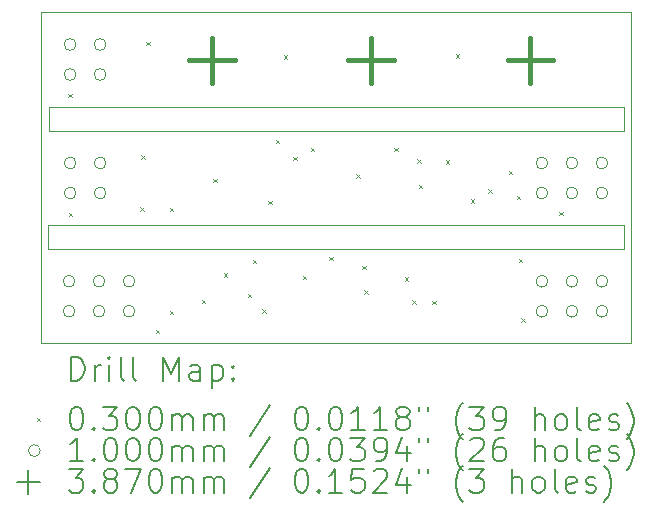
<source format=gbr>
%TF.GenerationSoftware,KiCad,Pcbnew,8.0.6*%
%TF.CreationDate,2024-11-25T14:21:10+01:00*%
%TF.ProjectId,EMG_amplifier,454d475f-616d-4706-9c69-666965722e6b,rev?*%
%TF.SameCoordinates,Original*%
%TF.FileFunction,Drillmap*%
%TF.FilePolarity,Positive*%
%FSLAX45Y45*%
G04 Gerber Fmt 4.5, Leading zero omitted, Abs format (unit mm)*
G04 Created by KiCad (PCBNEW 8.0.6) date 2024-11-25 14:21:10*
%MOMM*%
%LPD*%
G01*
G04 APERTURE LIST*
%ADD10C,0.050000*%
%ADD11C,0.200000*%
%ADD12C,0.100000*%
%ADD13C,0.387000*%
G04 APERTURE END LIST*
D10*
X1200000Y-1200000D02*
X6197140Y-1200000D01*
X6197140Y-4003660D01*
X1200000Y-4003660D01*
X1200000Y-1200000D01*
X1261320Y-3003400D02*
X6139480Y-3003400D01*
X6139480Y-3204060D01*
X1261320Y-3204060D01*
X1261320Y-3003400D01*
X1269620Y-2000100D02*
X6142780Y-2000100D01*
X6142780Y-2200760D01*
X1269620Y-2200760D01*
X1269620Y-2000100D01*
D11*
D12*
X1434880Y-1890000D02*
X1464880Y-1920000D01*
X1464880Y-1890000D02*
X1434880Y-1920000D01*
X1436360Y-2895900D02*
X1466360Y-2925900D01*
X1466360Y-2895900D02*
X1436360Y-2925900D01*
X2045000Y-2850000D02*
X2075000Y-2880000D01*
X2075000Y-2850000D02*
X2045000Y-2880000D01*
X2052000Y-2409000D02*
X2082000Y-2439000D01*
X2082000Y-2409000D02*
X2052000Y-2439000D01*
X2095000Y-1449000D02*
X2125000Y-1479000D01*
X2125000Y-1449000D02*
X2095000Y-1479000D01*
X2175000Y-3887000D02*
X2205000Y-3917000D01*
X2205000Y-3887000D02*
X2175000Y-3917000D01*
X2295000Y-2856000D02*
X2325000Y-2886000D01*
X2325000Y-2856000D02*
X2295000Y-2886000D01*
X2295000Y-3725000D02*
X2325000Y-3755000D01*
X2325000Y-3725000D02*
X2295000Y-3755000D01*
X2565000Y-3635000D02*
X2595000Y-3665000D01*
X2595000Y-3635000D02*
X2565000Y-3665000D01*
X2664000Y-2609000D02*
X2694000Y-2639000D01*
X2694000Y-2609000D02*
X2664000Y-2639000D01*
X2751455Y-3410000D02*
X2781455Y-3440000D01*
X2781455Y-3410000D02*
X2751455Y-3440000D01*
X2954455Y-3581000D02*
X2984455Y-3611000D01*
X2984455Y-3581000D02*
X2954455Y-3611000D01*
X2996000Y-3294000D02*
X3026000Y-3324000D01*
X3026000Y-3294000D02*
X2996000Y-3324000D01*
X3075000Y-3715000D02*
X3105000Y-3745000D01*
X3105000Y-3715000D02*
X3075000Y-3745000D01*
X3126000Y-2795000D02*
X3156000Y-2825000D01*
X3156000Y-2795000D02*
X3126000Y-2825000D01*
X3192000Y-2278500D02*
X3222000Y-2308500D01*
X3222000Y-2278500D02*
X3192000Y-2308500D01*
X3260000Y-1563000D02*
X3290000Y-1593000D01*
X3290000Y-1563000D02*
X3260000Y-1593000D01*
X3340000Y-2422000D02*
X3370000Y-2452000D01*
X3370000Y-2422000D02*
X3340000Y-2452000D01*
X3418000Y-3431000D02*
X3448000Y-3461000D01*
X3448000Y-3431000D02*
X3418000Y-3461000D01*
X3489000Y-2348000D02*
X3519000Y-2378000D01*
X3519000Y-2348000D02*
X3489000Y-2378000D01*
X3645000Y-3269060D02*
X3675000Y-3299060D01*
X3675000Y-3269060D02*
X3645000Y-3299060D01*
X3871000Y-2570000D02*
X3901000Y-2600000D01*
X3901000Y-2570000D02*
X3871000Y-2600000D01*
X3923000Y-3345000D02*
X3953000Y-3375000D01*
X3953000Y-3345000D02*
X3923000Y-3375000D01*
X3941000Y-3551000D02*
X3971000Y-3581000D01*
X3971000Y-3551000D02*
X3941000Y-3581000D01*
X4195000Y-2345000D02*
X4225000Y-2375000D01*
X4225000Y-2345000D02*
X4195000Y-2375000D01*
X4283000Y-3442000D02*
X4313000Y-3472000D01*
X4313000Y-3442000D02*
X4283000Y-3472000D01*
X4347000Y-3638000D02*
X4377000Y-3668000D01*
X4377000Y-3638000D02*
X4347000Y-3668000D01*
X4389000Y-2443000D02*
X4419000Y-2473000D01*
X4419000Y-2443000D02*
X4389000Y-2473000D01*
X4403500Y-2658500D02*
X4433500Y-2688500D01*
X4433500Y-2658500D02*
X4403500Y-2688500D01*
X4515000Y-3640000D02*
X4545000Y-3670000D01*
X4545000Y-3640000D02*
X4515000Y-3670000D01*
X4632000Y-2451000D02*
X4662000Y-2481000D01*
X4662000Y-2451000D02*
X4632000Y-2481000D01*
X4714000Y-1555000D02*
X4744000Y-1585000D01*
X4744000Y-1555000D02*
X4714000Y-1585000D01*
X4841000Y-2784000D02*
X4871000Y-2814000D01*
X4871000Y-2784000D02*
X4841000Y-2814000D01*
X4991000Y-2697000D02*
X5021000Y-2727000D01*
X5021000Y-2697000D02*
X4991000Y-2727000D01*
X5165000Y-2540000D02*
X5195000Y-2570000D01*
X5195000Y-2540000D02*
X5165000Y-2570000D01*
X5232450Y-2754450D02*
X5262450Y-2784450D01*
X5262450Y-2754450D02*
X5232450Y-2784450D01*
X5250000Y-3285000D02*
X5280000Y-3315000D01*
X5280000Y-3285000D02*
X5250000Y-3315000D01*
X5269000Y-3789000D02*
X5299000Y-3819000D01*
X5299000Y-3789000D02*
X5269000Y-3819000D01*
X5593000Y-2887000D02*
X5623000Y-2917000D01*
X5623000Y-2887000D02*
X5593000Y-2917000D01*
X1490740Y-3476480D02*
G75*
G02*
X1390740Y-3476480I-50000J0D01*
G01*
X1390740Y-3476480D02*
G75*
G02*
X1490740Y-3476480I50000J0D01*
G01*
X1490740Y-3730480D02*
G75*
G02*
X1390740Y-3730480I-50000J0D01*
G01*
X1390740Y-3730480D02*
G75*
G02*
X1490740Y-3730480I50000J0D01*
G01*
X1499880Y-1471500D02*
G75*
G02*
X1399880Y-1471500I-50000J0D01*
G01*
X1399880Y-1471500D02*
G75*
G02*
X1499880Y-1471500I50000J0D01*
G01*
X1499880Y-1725500D02*
G75*
G02*
X1399880Y-1725500I-50000J0D01*
G01*
X1399880Y-1725500D02*
G75*
G02*
X1499880Y-1725500I50000J0D01*
G01*
X1499880Y-2475460D02*
G75*
G02*
X1399880Y-2475460I-50000J0D01*
G01*
X1399880Y-2475460D02*
G75*
G02*
X1499880Y-2475460I50000J0D01*
G01*
X1499880Y-2729460D02*
G75*
G02*
X1399880Y-2729460I-50000J0D01*
G01*
X1399880Y-2729460D02*
G75*
G02*
X1499880Y-2729460I50000J0D01*
G01*
X1744740Y-3476480D02*
G75*
G02*
X1644740Y-3476480I-50000J0D01*
G01*
X1644740Y-3476480D02*
G75*
G02*
X1744740Y-3476480I50000J0D01*
G01*
X1744740Y-3730480D02*
G75*
G02*
X1644740Y-3730480I-50000J0D01*
G01*
X1644740Y-3730480D02*
G75*
G02*
X1744740Y-3730480I50000J0D01*
G01*
X1753880Y-1471500D02*
G75*
G02*
X1653880Y-1471500I-50000J0D01*
G01*
X1653880Y-1471500D02*
G75*
G02*
X1753880Y-1471500I50000J0D01*
G01*
X1753880Y-1725500D02*
G75*
G02*
X1653880Y-1725500I-50000J0D01*
G01*
X1653880Y-1725500D02*
G75*
G02*
X1753880Y-1725500I50000J0D01*
G01*
X1753880Y-2475460D02*
G75*
G02*
X1653880Y-2475460I-50000J0D01*
G01*
X1653880Y-2475460D02*
G75*
G02*
X1753880Y-2475460I50000J0D01*
G01*
X1753880Y-2729460D02*
G75*
G02*
X1653880Y-2729460I-50000J0D01*
G01*
X1653880Y-2729460D02*
G75*
G02*
X1753880Y-2729460I50000J0D01*
G01*
X1998740Y-3476480D02*
G75*
G02*
X1898740Y-3476480I-50000J0D01*
G01*
X1898740Y-3476480D02*
G75*
G02*
X1998740Y-3476480I50000J0D01*
G01*
X1998740Y-3730480D02*
G75*
G02*
X1898740Y-3730480I-50000J0D01*
G01*
X1898740Y-3730480D02*
G75*
G02*
X1998740Y-3730480I50000J0D01*
G01*
X5494800Y-2475460D02*
G75*
G02*
X5394800Y-2475460I-50000J0D01*
G01*
X5394800Y-2475460D02*
G75*
G02*
X5494800Y-2475460I50000J0D01*
G01*
X5494800Y-2729460D02*
G75*
G02*
X5394800Y-2729460I-50000J0D01*
G01*
X5394800Y-2729460D02*
G75*
G02*
X5494800Y-2729460I50000J0D01*
G01*
X5494800Y-3476940D02*
G75*
G02*
X5394800Y-3476940I-50000J0D01*
G01*
X5394800Y-3476940D02*
G75*
G02*
X5494800Y-3476940I50000J0D01*
G01*
X5494800Y-3730940D02*
G75*
G02*
X5394800Y-3730940I-50000J0D01*
G01*
X5394800Y-3730940D02*
G75*
G02*
X5494800Y-3730940I50000J0D01*
G01*
X5748800Y-2475460D02*
G75*
G02*
X5648800Y-2475460I-50000J0D01*
G01*
X5648800Y-2475460D02*
G75*
G02*
X5748800Y-2475460I50000J0D01*
G01*
X5748800Y-2729460D02*
G75*
G02*
X5648800Y-2729460I-50000J0D01*
G01*
X5648800Y-2729460D02*
G75*
G02*
X5748800Y-2729460I50000J0D01*
G01*
X5748800Y-3476940D02*
G75*
G02*
X5648800Y-3476940I-50000J0D01*
G01*
X5648800Y-3476940D02*
G75*
G02*
X5748800Y-3476940I50000J0D01*
G01*
X5748800Y-3730940D02*
G75*
G02*
X5648800Y-3730940I-50000J0D01*
G01*
X5648800Y-3730940D02*
G75*
G02*
X5748800Y-3730940I50000J0D01*
G01*
X6002800Y-2475460D02*
G75*
G02*
X5902800Y-2475460I-50000J0D01*
G01*
X5902800Y-2475460D02*
G75*
G02*
X6002800Y-2475460I50000J0D01*
G01*
X6002800Y-2729460D02*
G75*
G02*
X5902800Y-2729460I-50000J0D01*
G01*
X5902800Y-2729460D02*
G75*
G02*
X6002800Y-2729460I50000J0D01*
G01*
X6002800Y-3476940D02*
G75*
G02*
X5902800Y-3476940I-50000J0D01*
G01*
X5902800Y-3476940D02*
G75*
G02*
X6002800Y-3476940I50000J0D01*
G01*
X6002800Y-3730940D02*
G75*
G02*
X5902800Y-3730940I-50000J0D01*
G01*
X5902800Y-3730940D02*
G75*
G02*
X6002800Y-3730940I50000J0D01*
G01*
D13*
X2653160Y-1413220D02*
X2653160Y-1800220D01*
X2459660Y-1606720D02*
X2846660Y-1606720D01*
X4000040Y-1413220D02*
X4000040Y-1800220D01*
X3806540Y-1606720D02*
X4193540Y-1606720D01*
X5346920Y-1413220D02*
X5346920Y-1800220D01*
X5153420Y-1606720D02*
X5540420Y-1606720D01*
D11*
X1458277Y-4317644D02*
X1458277Y-4117644D01*
X1458277Y-4117644D02*
X1505896Y-4117644D01*
X1505896Y-4117644D02*
X1534467Y-4127168D01*
X1534467Y-4127168D02*
X1553515Y-4146215D01*
X1553515Y-4146215D02*
X1563039Y-4165263D01*
X1563039Y-4165263D02*
X1572562Y-4203358D01*
X1572562Y-4203358D02*
X1572562Y-4231930D01*
X1572562Y-4231930D02*
X1563039Y-4270025D01*
X1563039Y-4270025D02*
X1553515Y-4289072D01*
X1553515Y-4289072D02*
X1534467Y-4308120D01*
X1534467Y-4308120D02*
X1505896Y-4317644D01*
X1505896Y-4317644D02*
X1458277Y-4317644D01*
X1658277Y-4317644D02*
X1658277Y-4184310D01*
X1658277Y-4222406D02*
X1667801Y-4203358D01*
X1667801Y-4203358D02*
X1677324Y-4193834D01*
X1677324Y-4193834D02*
X1696372Y-4184310D01*
X1696372Y-4184310D02*
X1715420Y-4184310D01*
X1782086Y-4317644D02*
X1782086Y-4184310D01*
X1782086Y-4117644D02*
X1772562Y-4127168D01*
X1772562Y-4127168D02*
X1782086Y-4136691D01*
X1782086Y-4136691D02*
X1791610Y-4127168D01*
X1791610Y-4127168D02*
X1782086Y-4117644D01*
X1782086Y-4117644D02*
X1782086Y-4136691D01*
X1905896Y-4317644D02*
X1886848Y-4308120D01*
X1886848Y-4308120D02*
X1877324Y-4289072D01*
X1877324Y-4289072D02*
X1877324Y-4117644D01*
X2010658Y-4317644D02*
X1991610Y-4308120D01*
X1991610Y-4308120D02*
X1982086Y-4289072D01*
X1982086Y-4289072D02*
X1982086Y-4117644D01*
X2239229Y-4317644D02*
X2239229Y-4117644D01*
X2239229Y-4117644D02*
X2305896Y-4260501D01*
X2305896Y-4260501D02*
X2372563Y-4117644D01*
X2372563Y-4117644D02*
X2372563Y-4317644D01*
X2553515Y-4317644D02*
X2553515Y-4212882D01*
X2553515Y-4212882D02*
X2543991Y-4193834D01*
X2543991Y-4193834D02*
X2524944Y-4184310D01*
X2524944Y-4184310D02*
X2486848Y-4184310D01*
X2486848Y-4184310D02*
X2467801Y-4193834D01*
X2553515Y-4308120D02*
X2534467Y-4317644D01*
X2534467Y-4317644D02*
X2486848Y-4317644D01*
X2486848Y-4317644D02*
X2467801Y-4308120D01*
X2467801Y-4308120D02*
X2458277Y-4289072D01*
X2458277Y-4289072D02*
X2458277Y-4270025D01*
X2458277Y-4270025D02*
X2467801Y-4250977D01*
X2467801Y-4250977D02*
X2486848Y-4241453D01*
X2486848Y-4241453D02*
X2534467Y-4241453D01*
X2534467Y-4241453D02*
X2553515Y-4231930D01*
X2648753Y-4184310D02*
X2648753Y-4384310D01*
X2648753Y-4193834D02*
X2667801Y-4184310D01*
X2667801Y-4184310D02*
X2705896Y-4184310D01*
X2705896Y-4184310D02*
X2724944Y-4193834D01*
X2724944Y-4193834D02*
X2734467Y-4203358D01*
X2734467Y-4203358D02*
X2743991Y-4222406D01*
X2743991Y-4222406D02*
X2743991Y-4279549D01*
X2743991Y-4279549D02*
X2734467Y-4298596D01*
X2734467Y-4298596D02*
X2724944Y-4308120D01*
X2724944Y-4308120D02*
X2705896Y-4317644D01*
X2705896Y-4317644D02*
X2667801Y-4317644D01*
X2667801Y-4317644D02*
X2648753Y-4308120D01*
X2829705Y-4298596D02*
X2839229Y-4308120D01*
X2839229Y-4308120D02*
X2829705Y-4317644D01*
X2829705Y-4317644D02*
X2820182Y-4308120D01*
X2820182Y-4308120D02*
X2829705Y-4298596D01*
X2829705Y-4298596D02*
X2829705Y-4317644D01*
X2829705Y-4193834D02*
X2839229Y-4203358D01*
X2839229Y-4203358D02*
X2829705Y-4212882D01*
X2829705Y-4212882D02*
X2820182Y-4203358D01*
X2820182Y-4203358D02*
X2829705Y-4193834D01*
X2829705Y-4193834D02*
X2829705Y-4212882D01*
D12*
X1167500Y-4631160D02*
X1197500Y-4661160D01*
X1197500Y-4631160D02*
X1167500Y-4661160D01*
D11*
X1496372Y-4537644D02*
X1515420Y-4537644D01*
X1515420Y-4537644D02*
X1534467Y-4547168D01*
X1534467Y-4547168D02*
X1543991Y-4556691D01*
X1543991Y-4556691D02*
X1553515Y-4575739D01*
X1553515Y-4575739D02*
X1563039Y-4613834D01*
X1563039Y-4613834D02*
X1563039Y-4661453D01*
X1563039Y-4661453D02*
X1553515Y-4699549D01*
X1553515Y-4699549D02*
X1543991Y-4718596D01*
X1543991Y-4718596D02*
X1534467Y-4728120D01*
X1534467Y-4728120D02*
X1515420Y-4737644D01*
X1515420Y-4737644D02*
X1496372Y-4737644D01*
X1496372Y-4737644D02*
X1477324Y-4728120D01*
X1477324Y-4728120D02*
X1467801Y-4718596D01*
X1467801Y-4718596D02*
X1458277Y-4699549D01*
X1458277Y-4699549D02*
X1448753Y-4661453D01*
X1448753Y-4661453D02*
X1448753Y-4613834D01*
X1448753Y-4613834D02*
X1458277Y-4575739D01*
X1458277Y-4575739D02*
X1467801Y-4556691D01*
X1467801Y-4556691D02*
X1477324Y-4547168D01*
X1477324Y-4547168D02*
X1496372Y-4537644D01*
X1648753Y-4718596D02*
X1658277Y-4728120D01*
X1658277Y-4728120D02*
X1648753Y-4737644D01*
X1648753Y-4737644D02*
X1639229Y-4728120D01*
X1639229Y-4728120D02*
X1648753Y-4718596D01*
X1648753Y-4718596D02*
X1648753Y-4737644D01*
X1724943Y-4537644D02*
X1848753Y-4537644D01*
X1848753Y-4537644D02*
X1782086Y-4613834D01*
X1782086Y-4613834D02*
X1810658Y-4613834D01*
X1810658Y-4613834D02*
X1829705Y-4623358D01*
X1829705Y-4623358D02*
X1839229Y-4632882D01*
X1839229Y-4632882D02*
X1848753Y-4651930D01*
X1848753Y-4651930D02*
X1848753Y-4699549D01*
X1848753Y-4699549D02*
X1839229Y-4718596D01*
X1839229Y-4718596D02*
X1829705Y-4728120D01*
X1829705Y-4728120D02*
X1810658Y-4737644D01*
X1810658Y-4737644D02*
X1753515Y-4737644D01*
X1753515Y-4737644D02*
X1734467Y-4728120D01*
X1734467Y-4728120D02*
X1724943Y-4718596D01*
X1972562Y-4537644D02*
X1991610Y-4537644D01*
X1991610Y-4537644D02*
X2010658Y-4547168D01*
X2010658Y-4547168D02*
X2020182Y-4556691D01*
X2020182Y-4556691D02*
X2029705Y-4575739D01*
X2029705Y-4575739D02*
X2039229Y-4613834D01*
X2039229Y-4613834D02*
X2039229Y-4661453D01*
X2039229Y-4661453D02*
X2029705Y-4699549D01*
X2029705Y-4699549D02*
X2020182Y-4718596D01*
X2020182Y-4718596D02*
X2010658Y-4728120D01*
X2010658Y-4728120D02*
X1991610Y-4737644D01*
X1991610Y-4737644D02*
X1972562Y-4737644D01*
X1972562Y-4737644D02*
X1953515Y-4728120D01*
X1953515Y-4728120D02*
X1943991Y-4718596D01*
X1943991Y-4718596D02*
X1934467Y-4699549D01*
X1934467Y-4699549D02*
X1924943Y-4661453D01*
X1924943Y-4661453D02*
X1924943Y-4613834D01*
X1924943Y-4613834D02*
X1934467Y-4575739D01*
X1934467Y-4575739D02*
X1943991Y-4556691D01*
X1943991Y-4556691D02*
X1953515Y-4547168D01*
X1953515Y-4547168D02*
X1972562Y-4537644D01*
X2163039Y-4537644D02*
X2182086Y-4537644D01*
X2182086Y-4537644D02*
X2201134Y-4547168D01*
X2201134Y-4547168D02*
X2210658Y-4556691D01*
X2210658Y-4556691D02*
X2220182Y-4575739D01*
X2220182Y-4575739D02*
X2229705Y-4613834D01*
X2229705Y-4613834D02*
X2229705Y-4661453D01*
X2229705Y-4661453D02*
X2220182Y-4699549D01*
X2220182Y-4699549D02*
X2210658Y-4718596D01*
X2210658Y-4718596D02*
X2201134Y-4728120D01*
X2201134Y-4728120D02*
X2182086Y-4737644D01*
X2182086Y-4737644D02*
X2163039Y-4737644D01*
X2163039Y-4737644D02*
X2143991Y-4728120D01*
X2143991Y-4728120D02*
X2134467Y-4718596D01*
X2134467Y-4718596D02*
X2124944Y-4699549D01*
X2124944Y-4699549D02*
X2115420Y-4661453D01*
X2115420Y-4661453D02*
X2115420Y-4613834D01*
X2115420Y-4613834D02*
X2124944Y-4575739D01*
X2124944Y-4575739D02*
X2134467Y-4556691D01*
X2134467Y-4556691D02*
X2143991Y-4547168D01*
X2143991Y-4547168D02*
X2163039Y-4537644D01*
X2315420Y-4737644D02*
X2315420Y-4604310D01*
X2315420Y-4623358D02*
X2324944Y-4613834D01*
X2324944Y-4613834D02*
X2343991Y-4604310D01*
X2343991Y-4604310D02*
X2372563Y-4604310D01*
X2372563Y-4604310D02*
X2391610Y-4613834D01*
X2391610Y-4613834D02*
X2401134Y-4632882D01*
X2401134Y-4632882D02*
X2401134Y-4737644D01*
X2401134Y-4632882D02*
X2410658Y-4613834D01*
X2410658Y-4613834D02*
X2429705Y-4604310D01*
X2429705Y-4604310D02*
X2458277Y-4604310D01*
X2458277Y-4604310D02*
X2477325Y-4613834D01*
X2477325Y-4613834D02*
X2486848Y-4632882D01*
X2486848Y-4632882D02*
X2486848Y-4737644D01*
X2582086Y-4737644D02*
X2582086Y-4604310D01*
X2582086Y-4623358D02*
X2591610Y-4613834D01*
X2591610Y-4613834D02*
X2610658Y-4604310D01*
X2610658Y-4604310D02*
X2639229Y-4604310D01*
X2639229Y-4604310D02*
X2658277Y-4613834D01*
X2658277Y-4613834D02*
X2667801Y-4632882D01*
X2667801Y-4632882D02*
X2667801Y-4737644D01*
X2667801Y-4632882D02*
X2677325Y-4613834D01*
X2677325Y-4613834D02*
X2696372Y-4604310D01*
X2696372Y-4604310D02*
X2724944Y-4604310D01*
X2724944Y-4604310D02*
X2743991Y-4613834D01*
X2743991Y-4613834D02*
X2753515Y-4632882D01*
X2753515Y-4632882D02*
X2753515Y-4737644D01*
X3143991Y-4528120D02*
X2972563Y-4785263D01*
X3401134Y-4537644D02*
X3420182Y-4537644D01*
X3420182Y-4537644D02*
X3439229Y-4547168D01*
X3439229Y-4547168D02*
X3448753Y-4556691D01*
X3448753Y-4556691D02*
X3458277Y-4575739D01*
X3458277Y-4575739D02*
X3467801Y-4613834D01*
X3467801Y-4613834D02*
X3467801Y-4661453D01*
X3467801Y-4661453D02*
X3458277Y-4699549D01*
X3458277Y-4699549D02*
X3448753Y-4718596D01*
X3448753Y-4718596D02*
X3439229Y-4728120D01*
X3439229Y-4728120D02*
X3420182Y-4737644D01*
X3420182Y-4737644D02*
X3401134Y-4737644D01*
X3401134Y-4737644D02*
X3382086Y-4728120D01*
X3382086Y-4728120D02*
X3372563Y-4718596D01*
X3372563Y-4718596D02*
X3363039Y-4699549D01*
X3363039Y-4699549D02*
X3353515Y-4661453D01*
X3353515Y-4661453D02*
X3353515Y-4613834D01*
X3353515Y-4613834D02*
X3363039Y-4575739D01*
X3363039Y-4575739D02*
X3372563Y-4556691D01*
X3372563Y-4556691D02*
X3382086Y-4547168D01*
X3382086Y-4547168D02*
X3401134Y-4537644D01*
X3553515Y-4718596D02*
X3563039Y-4728120D01*
X3563039Y-4728120D02*
X3553515Y-4737644D01*
X3553515Y-4737644D02*
X3543991Y-4728120D01*
X3543991Y-4728120D02*
X3553515Y-4718596D01*
X3553515Y-4718596D02*
X3553515Y-4737644D01*
X3686848Y-4537644D02*
X3705896Y-4537644D01*
X3705896Y-4537644D02*
X3724944Y-4547168D01*
X3724944Y-4547168D02*
X3734467Y-4556691D01*
X3734467Y-4556691D02*
X3743991Y-4575739D01*
X3743991Y-4575739D02*
X3753515Y-4613834D01*
X3753515Y-4613834D02*
X3753515Y-4661453D01*
X3753515Y-4661453D02*
X3743991Y-4699549D01*
X3743991Y-4699549D02*
X3734467Y-4718596D01*
X3734467Y-4718596D02*
X3724944Y-4728120D01*
X3724944Y-4728120D02*
X3705896Y-4737644D01*
X3705896Y-4737644D02*
X3686848Y-4737644D01*
X3686848Y-4737644D02*
X3667801Y-4728120D01*
X3667801Y-4728120D02*
X3658277Y-4718596D01*
X3658277Y-4718596D02*
X3648753Y-4699549D01*
X3648753Y-4699549D02*
X3639229Y-4661453D01*
X3639229Y-4661453D02*
X3639229Y-4613834D01*
X3639229Y-4613834D02*
X3648753Y-4575739D01*
X3648753Y-4575739D02*
X3658277Y-4556691D01*
X3658277Y-4556691D02*
X3667801Y-4547168D01*
X3667801Y-4547168D02*
X3686848Y-4537644D01*
X3943991Y-4737644D02*
X3829706Y-4737644D01*
X3886848Y-4737644D02*
X3886848Y-4537644D01*
X3886848Y-4537644D02*
X3867801Y-4566215D01*
X3867801Y-4566215D02*
X3848753Y-4585263D01*
X3848753Y-4585263D02*
X3829706Y-4594787D01*
X4134467Y-4737644D02*
X4020182Y-4737644D01*
X4077325Y-4737644D02*
X4077325Y-4537644D01*
X4077325Y-4537644D02*
X4058277Y-4566215D01*
X4058277Y-4566215D02*
X4039229Y-4585263D01*
X4039229Y-4585263D02*
X4020182Y-4594787D01*
X4248753Y-4623358D02*
X4229706Y-4613834D01*
X4229706Y-4613834D02*
X4220182Y-4604310D01*
X4220182Y-4604310D02*
X4210658Y-4585263D01*
X4210658Y-4585263D02*
X4210658Y-4575739D01*
X4210658Y-4575739D02*
X4220182Y-4556691D01*
X4220182Y-4556691D02*
X4229706Y-4547168D01*
X4229706Y-4547168D02*
X4248753Y-4537644D01*
X4248753Y-4537644D02*
X4286849Y-4537644D01*
X4286849Y-4537644D02*
X4305896Y-4547168D01*
X4305896Y-4547168D02*
X4315420Y-4556691D01*
X4315420Y-4556691D02*
X4324944Y-4575739D01*
X4324944Y-4575739D02*
X4324944Y-4585263D01*
X4324944Y-4585263D02*
X4315420Y-4604310D01*
X4315420Y-4604310D02*
X4305896Y-4613834D01*
X4305896Y-4613834D02*
X4286849Y-4623358D01*
X4286849Y-4623358D02*
X4248753Y-4623358D01*
X4248753Y-4623358D02*
X4229706Y-4632882D01*
X4229706Y-4632882D02*
X4220182Y-4642406D01*
X4220182Y-4642406D02*
X4210658Y-4661453D01*
X4210658Y-4661453D02*
X4210658Y-4699549D01*
X4210658Y-4699549D02*
X4220182Y-4718596D01*
X4220182Y-4718596D02*
X4229706Y-4728120D01*
X4229706Y-4728120D02*
X4248753Y-4737644D01*
X4248753Y-4737644D02*
X4286849Y-4737644D01*
X4286849Y-4737644D02*
X4305896Y-4728120D01*
X4305896Y-4728120D02*
X4315420Y-4718596D01*
X4315420Y-4718596D02*
X4324944Y-4699549D01*
X4324944Y-4699549D02*
X4324944Y-4661453D01*
X4324944Y-4661453D02*
X4315420Y-4642406D01*
X4315420Y-4642406D02*
X4305896Y-4632882D01*
X4305896Y-4632882D02*
X4286849Y-4623358D01*
X4401134Y-4537644D02*
X4401134Y-4575739D01*
X4477325Y-4537644D02*
X4477325Y-4575739D01*
X4772563Y-4813834D02*
X4763039Y-4804310D01*
X4763039Y-4804310D02*
X4743991Y-4775739D01*
X4743991Y-4775739D02*
X4734468Y-4756691D01*
X4734468Y-4756691D02*
X4724944Y-4728120D01*
X4724944Y-4728120D02*
X4715420Y-4680501D01*
X4715420Y-4680501D02*
X4715420Y-4642406D01*
X4715420Y-4642406D02*
X4724944Y-4594787D01*
X4724944Y-4594787D02*
X4734468Y-4566215D01*
X4734468Y-4566215D02*
X4743991Y-4547168D01*
X4743991Y-4547168D02*
X4763039Y-4518596D01*
X4763039Y-4518596D02*
X4772563Y-4509072D01*
X4829706Y-4537644D02*
X4953515Y-4537644D01*
X4953515Y-4537644D02*
X4886849Y-4613834D01*
X4886849Y-4613834D02*
X4915420Y-4613834D01*
X4915420Y-4613834D02*
X4934468Y-4623358D01*
X4934468Y-4623358D02*
X4943991Y-4632882D01*
X4943991Y-4632882D02*
X4953515Y-4651930D01*
X4953515Y-4651930D02*
X4953515Y-4699549D01*
X4953515Y-4699549D02*
X4943991Y-4718596D01*
X4943991Y-4718596D02*
X4934468Y-4728120D01*
X4934468Y-4728120D02*
X4915420Y-4737644D01*
X4915420Y-4737644D02*
X4858277Y-4737644D01*
X4858277Y-4737644D02*
X4839230Y-4728120D01*
X4839230Y-4728120D02*
X4829706Y-4718596D01*
X5048753Y-4737644D02*
X5086849Y-4737644D01*
X5086849Y-4737644D02*
X5105896Y-4728120D01*
X5105896Y-4728120D02*
X5115420Y-4718596D01*
X5115420Y-4718596D02*
X5134468Y-4690025D01*
X5134468Y-4690025D02*
X5143991Y-4651930D01*
X5143991Y-4651930D02*
X5143991Y-4575739D01*
X5143991Y-4575739D02*
X5134468Y-4556691D01*
X5134468Y-4556691D02*
X5124944Y-4547168D01*
X5124944Y-4547168D02*
X5105896Y-4537644D01*
X5105896Y-4537644D02*
X5067801Y-4537644D01*
X5067801Y-4537644D02*
X5048753Y-4547168D01*
X5048753Y-4547168D02*
X5039230Y-4556691D01*
X5039230Y-4556691D02*
X5029706Y-4575739D01*
X5029706Y-4575739D02*
X5029706Y-4623358D01*
X5029706Y-4623358D02*
X5039230Y-4642406D01*
X5039230Y-4642406D02*
X5048753Y-4651930D01*
X5048753Y-4651930D02*
X5067801Y-4661453D01*
X5067801Y-4661453D02*
X5105896Y-4661453D01*
X5105896Y-4661453D02*
X5124944Y-4651930D01*
X5124944Y-4651930D02*
X5134468Y-4642406D01*
X5134468Y-4642406D02*
X5143991Y-4623358D01*
X5382087Y-4737644D02*
X5382087Y-4537644D01*
X5467801Y-4737644D02*
X5467801Y-4632882D01*
X5467801Y-4632882D02*
X5458277Y-4613834D01*
X5458277Y-4613834D02*
X5439230Y-4604310D01*
X5439230Y-4604310D02*
X5410658Y-4604310D01*
X5410658Y-4604310D02*
X5391611Y-4613834D01*
X5391611Y-4613834D02*
X5382087Y-4623358D01*
X5591611Y-4737644D02*
X5572563Y-4728120D01*
X5572563Y-4728120D02*
X5563039Y-4718596D01*
X5563039Y-4718596D02*
X5553515Y-4699549D01*
X5553515Y-4699549D02*
X5553515Y-4642406D01*
X5553515Y-4642406D02*
X5563039Y-4623358D01*
X5563039Y-4623358D02*
X5572563Y-4613834D01*
X5572563Y-4613834D02*
X5591611Y-4604310D01*
X5591611Y-4604310D02*
X5620182Y-4604310D01*
X5620182Y-4604310D02*
X5639230Y-4613834D01*
X5639230Y-4613834D02*
X5648753Y-4623358D01*
X5648753Y-4623358D02*
X5658277Y-4642406D01*
X5658277Y-4642406D02*
X5658277Y-4699549D01*
X5658277Y-4699549D02*
X5648753Y-4718596D01*
X5648753Y-4718596D02*
X5639230Y-4728120D01*
X5639230Y-4728120D02*
X5620182Y-4737644D01*
X5620182Y-4737644D02*
X5591611Y-4737644D01*
X5772563Y-4737644D02*
X5753515Y-4728120D01*
X5753515Y-4728120D02*
X5743991Y-4709072D01*
X5743991Y-4709072D02*
X5743991Y-4537644D01*
X5924944Y-4728120D02*
X5905896Y-4737644D01*
X5905896Y-4737644D02*
X5867801Y-4737644D01*
X5867801Y-4737644D02*
X5848753Y-4728120D01*
X5848753Y-4728120D02*
X5839230Y-4709072D01*
X5839230Y-4709072D02*
X5839230Y-4632882D01*
X5839230Y-4632882D02*
X5848753Y-4613834D01*
X5848753Y-4613834D02*
X5867801Y-4604310D01*
X5867801Y-4604310D02*
X5905896Y-4604310D01*
X5905896Y-4604310D02*
X5924944Y-4613834D01*
X5924944Y-4613834D02*
X5934468Y-4632882D01*
X5934468Y-4632882D02*
X5934468Y-4651930D01*
X5934468Y-4651930D02*
X5839230Y-4670977D01*
X6010658Y-4728120D02*
X6029706Y-4737644D01*
X6029706Y-4737644D02*
X6067801Y-4737644D01*
X6067801Y-4737644D02*
X6086849Y-4728120D01*
X6086849Y-4728120D02*
X6096372Y-4709072D01*
X6096372Y-4709072D02*
X6096372Y-4699549D01*
X6096372Y-4699549D02*
X6086849Y-4680501D01*
X6086849Y-4680501D02*
X6067801Y-4670977D01*
X6067801Y-4670977D02*
X6039230Y-4670977D01*
X6039230Y-4670977D02*
X6020182Y-4661453D01*
X6020182Y-4661453D02*
X6010658Y-4642406D01*
X6010658Y-4642406D02*
X6010658Y-4632882D01*
X6010658Y-4632882D02*
X6020182Y-4613834D01*
X6020182Y-4613834D02*
X6039230Y-4604310D01*
X6039230Y-4604310D02*
X6067801Y-4604310D01*
X6067801Y-4604310D02*
X6086849Y-4613834D01*
X6163039Y-4813834D02*
X6172563Y-4804310D01*
X6172563Y-4804310D02*
X6191611Y-4775739D01*
X6191611Y-4775739D02*
X6201134Y-4756691D01*
X6201134Y-4756691D02*
X6210658Y-4728120D01*
X6210658Y-4728120D02*
X6220182Y-4680501D01*
X6220182Y-4680501D02*
X6220182Y-4642406D01*
X6220182Y-4642406D02*
X6210658Y-4594787D01*
X6210658Y-4594787D02*
X6201134Y-4566215D01*
X6201134Y-4566215D02*
X6191611Y-4547168D01*
X6191611Y-4547168D02*
X6172563Y-4518596D01*
X6172563Y-4518596D02*
X6163039Y-4509072D01*
D12*
X1197500Y-4910160D02*
G75*
G02*
X1097500Y-4910160I-50000J0D01*
G01*
X1097500Y-4910160D02*
G75*
G02*
X1197500Y-4910160I50000J0D01*
G01*
D11*
X1563039Y-5001644D02*
X1448753Y-5001644D01*
X1505896Y-5001644D02*
X1505896Y-4801644D01*
X1505896Y-4801644D02*
X1486848Y-4830215D01*
X1486848Y-4830215D02*
X1467801Y-4849263D01*
X1467801Y-4849263D02*
X1448753Y-4858787D01*
X1648753Y-4982596D02*
X1658277Y-4992120D01*
X1658277Y-4992120D02*
X1648753Y-5001644D01*
X1648753Y-5001644D02*
X1639229Y-4992120D01*
X1639229Y-4992120D02*
X1648753Y-4982596D01*
X1648753Y-4982596D02*
X1648753Y-5001644D01*
X1782086Y-4801644D02*
X1801134Y-4801644D01*
X1801134Y-4801644D02*
X1820182Y-4811168D01*
X1820182Y-4811168D02*
X1829705Y-4820691D01*
X1829705Y-4820691D02*
X1839229Y-4839739D01*
X1839229Y-4839739D02*
X1848753Y-4877834D01*
X1848753Y-4877834D02*
X1848753Y-4925453D01*
X1848753Y-4925453D02*
X1839229Y-4963549D01*
X1839229Y-4963549D02*
X1829705Y-4982596D01*
X1829705Y-4982596D02*
X1820182Y-4992120D01*
X1820182Y-4992120D02*
X1801134Y-5001644D01*
X1801134Y-5001644D02*
X1782086Y-5001644D01*
X1782086Y-5001644D02*
X1763039Y-4992120D01*
X1763039Y-4992120D02*
X1753515Y-4982596D01*
X1753515Y-4982596D02*
X1743991Y-4963549D01*
X1743991Y-4963549D02*
X1734467Y-4925453D01*
X1734467Y-4925453D02*
X1734467Y-4877834D01*
X1734467Y-4877834D02*
X1743991Y-4839739D01*
X1743991Y-4839739D02*
X1753515Y-4820691D01*
X1753515Y-4820691D02*
X1763039Y-4811168D01*
X1763039Y-4811168D02*
X1782086Y-4801644D01*
X1972562Y-4801644D02*
X1991610Y-4801644D01*
X1991610Y-4801644D02*
X2010658Y-4811168D01*
X2010658Y-4811168D02*
X2020182Y-4820691D01*
X2020182Y-4820691D02*
X2029705Y-4839739D01*
X2029705Y-4839739D02*
X2039229Y-4877834D01*
X2039229Y-4877834D02*
X2039229Y-4925453D01*
X2039229Y-4925453D02*
X2029705Y-4963549D01*
X2029705Y-4963549D02*
X2020182Y-4982596D01*
X2020182Y-4982596D02*
X2010658Y-4992120D01*
X2010658Y-4992120D02*
X1991610Y-5001644D01*
X1991610Y-5001644D02*
X1972562Y-5001644D01*
X1972562Y-5001644D02*
X1953515Y-4992120D01*
X1953515Y-4992120D02*
X1943991Y-4982596D01*
X1943991Y-4982596D02*
X1934467Y-4963549D01*
X1934467Y-4963549D02*
X1924943Y-4925453D01*
X1924943Y-4925453D02*
X1924943Y-4877834D01*
X1924943Y-4877834D02*
X1934467Y-4839739D01*
X1934467Y-4839739D02*
X1943991Y-4820691D01*
X1943991Y-4820691D02*
X1953515Y-4811168D01*
X1953515Y-4811168D02*
X1972562Y-4801644D01*
X2163039Y-4801644D02*
X2182086Y-4801644D01*
X2182086Y-4801644D02*
X2201134Y-4811168D01*
X2201134Y-4811168D02*
X2210658Y-4820691D01*
X2210658Y-4820691D02*
X2220182Y-4839739D01*
X2220182Y-4839739D02*
X2229705Y-4877834D01*
X2229705Y-4877834D02*
X2229705Y-4925453D01*
X2229705Y-4925453D02*
X2220182Y-4963549D01*
X2220182Y-4963549D02*
X2210658Y-4982596D01*
X2210658Y-4982596D02*
X2201134Y-4992120D01*
X2201134Y-4992120D02*
X2182086Y-5001644D01*
X2182086Y-5001644D02*
X2163039Y-5001644D01*
X2163039Y-5001644D02*
X2143991Y-4992120D01*
X2143991Y-4992120D02*
X2134467Y-4982596D01*
X2134467Y-4982596D02*
X2124944Y-4963549D01*
X2124944Y-4963549D02*
X2115420Y-4925453D01*
X2115420Y-4925453D02*
X2115420Y-4877834D01*
X2115420Y-4877834D02*
X2124944Y-4839739D01*
X2124944Y-4839739D02*
X2134467Y-4820691D01*
X2134467Y-4820691D02*
X2143991Y-4811168D01*
X2143991Y-4811168D02*
X2163039Y-4801644D01*
X2315420Y-5001644D02*
X2315420Y-4868310D01*
X2315420Y-4887358D02*
X2324944Y-4877834D01*
X2324944Y-4877834D02*
X2343991Y-4868310D01*
X2343991Y-4868310D02*
X2372563Y-4868310D01*
X2372563Y-4868310D02*
X2391610Y-4877834D01*
X2391610Y-4877834D02*
X2401134Y-4896882D01*
X2401134Y-4896882D02*
X2401134Y-5001644D01*
X2401134Y-4896882D02*
X2410658Y-4877834D01*
X2410658Y-4877834D02*
X2429705Y-4868310D01*
X2429705Y-4868310D02*
X2458277Y-4868310D01*
X2458277Y-4868310D02*
X2477325Y-4877834D01*
X2477325Y-4877834D02*
X2486848Y-4896882D01*
X2486848Y-4896882D02*
X2486848Y-5001644D01*
X2582086Y-5001644D02*
X2582086Y-4868310D01*
X2582086Y-4887358D02*
X2591610Y-4877834D01*
X2591610Y-4877834D02*
X2610658Y-4868310D01*
X2610658Y-4868310D02*
X2639229Y-4868310D01*
X2639229Y-4868310D02*
X2658277Y-4877834D01*
X2658277Y-4877834D02*
X2667801Y-4896882D01*
X2667801Y-4896882D02*
X2667801Y-5001644D01*
X2667801Y-4896882D02*
X2677325Y-4877834D01*
X2677325Y-4877834D02*
X2696372Y-4868310D01*
X2696372Y-4868310D02*
X2724944Y-4868310D01*
X2724944Y-4868310D02*
X2743991Y-4877834D01*
X2743991Y-4877834D02*
X2753515Y-4896882D01*
X2753515Y-4896882D02*
X2753515Y-5001644D01*
X3143991Y-4792120D02*
X2972563Y-5049263D01*
X3401134Y-4801644D02*
X3420182Y-4801644D01*
X3420182Y-4801644D02*
X3439229Y-4811168D01*
X3439229Y-4811168D02*
X3448753Y-4820691D01*
X3448753Y-4820691D02*
X3458277Y-4839739D01*
X3458277Y-4839739D02*
X3467801Y-4877834D01*
X3467801Y-4877834D02*
X3467801Y-4925453D01*
X3467801Y-4925453D02*
X3458277Y-4963549D01*
X3458277Y-4963549D02*
X3448753Y-4982596D01*
X3448753Y-4982596D02*
X3439229Y-4992120D01*
X3439229Y-4992120D02*
X3420182Y-5001644D01*
X3420182Y-5001644D02*
X3401134Y-5001644D01*
X3401134Y-5001644D02*
X3382086Y-4992120D01*
X3382086Y-4992120D02*
X3372563Y-4982596D01*
X3372563Y-4982596D02*
X3363039Y-4963549D01*
X3363039Y-4963549D02*
X3353515Y-4925453D01*
X3353515Y-4925453D02*
X3353515Y-4877834D01*
X3353515Y-4877834D02*
X3363039Y-4839739D01*
X3363039Y-4839739D02*
X3372563Y-4820691D01*
X3372563Y-4820691D02*
X3382086Y-4811168D01*
X3382086Y-4811168D02*
X3401134Y-4801644D01*
X3553515Y-4982596D02*
X3563039Y-4992120D01*
X3563039Y-4992120D02*
X3553515Y-5001644D01*
X3553515Y-5001644D02*
X3543991Y-4992120D01*
X3543991Y-4992120D02*
X3553515Y-4982596D01*
X3553515Y-4982596D02*
X3553515Y-5001644D01*
X3686848Y-4801644D02*
X3705896Y-4801644D01*
X3705896Y-4801644D02*
X3724944Y-4811168D01*
X3724944Y-4811168D02*
X3734467Y-4820691D01*
X3734467Y-4820691D02*
X3743991Y-4839739D01*
X3743991Y-4839739D02*
X3753515Y-4877834D01*
X3753515Y-4877834D02*
X3753515Y-4925453D01*
X3753515Y-4925453D02*
X3743991Y-4963549D01*
X3743991Y-4963549D02*
X3734467Y-4982596D01*
X3734467Y-4982596D02*
X3724944Y-4992120D01*
X3724944Y-4992120D02*
X3705896Y-5001644D01*
X3705896Y-5001644D02*
X3686848Y-5001644D01*
X3686848Y-5001644D02*
X3667801Y-4992120D01*
X3667801Y-4992120D02*
X3658277Y-4982596D01*
X3658277Y-4982596D02*
X3648753Y-4963549D01*
X3648753Y-4963549D02*
X3639229Y-4925453D01*
X3639229Y-4925453D02*
X3639229Y-4877834D01*
X3639229Y-4877834D02*
X3648753Y-4839739D01*
X3648753Y-4839739D02*
X3658277Y-4820691D01*
X3658277Y-4820691D02*
X3667801Y-4811168D01*
X3667801Y-4811168D02*
X3686848Y-4801644D01*
X3820182Y-4801644D02*
X3943991Y-4801644D01*
X3943991Y-4801644D02*
X3877325Y-4877834D01*
X3877325Y-4877834D02*
X3905896Y-4877834D01*
X3905896Y-4877834D02*
X3924944Y-4887358D01*
X3924944Y-4887358D02*
X3934467Y-4896882D01*
X3934467Y-4896882D02*
X3943991Y-4915930D01*
X3943991Y-4915930D02*
X3943991Y-4963549D01*
X3943991Y-4963549D02*
X3934467Y-4982596D01*
X3934467Y-4982596D02*
X3924944Y-4992120D01*
X3924944Y-4992120D02*
X3905896Y-5001644D01*
X3905896Y-5001644D02*
X3848753Y-5001644D01*
X3848753Y-5001644D02*
X3829706Y-4992120D01*
X3829706Y-4992120D02*
X3820182Y-4982596D01*
X4039229Y-5001644D02*
X4077325Y-5001644D01*
X4077325Y-5001644D02*
X4096372Y-4992120D01*
X4096372Y-4992120D02*
X4105896Y-4982596D01*
X4105896Y-4982596D02*
X4124944Y-4954025D01*
X4124944Y-4954025D02*
X4134467Y-4915930D01*
X4134467Y-4915930D02*
X4134467Y-4839739D01*
X4134467Y-4839739D02*
X4124944Y-4820691D01*
X4124944Y-4820691D02*
X4115420Y-4811168D01*
X4115420Y-4811168D02*
X4096372Y-4801644D01*
X4096372Y-4801644D02*
X4058277Y-4801644D01*
X4058277Y-4801644D02*
X4039229Y-4811168D01*
X4039229Y-4811168D02*
X4029706Y-4820691D01*
X4029706Y-4820691D02*
X4020182Y-4839739D01*
X4020182Y-4839739D02*
X4020182Y-4887358D01*
X4020182Y-4887358D02*
X4029706Y-4906406D01*
X4029706Y-4906406D02*
X4039229Y-4915930D01*
X4039229Y-4915930D02*
X4058277Y-4925453D01*
X4058277Y-4925453D02*
X4096372Y-4925453D01*
X4096372Y-4925453D02*
X4115420Y-4915930D01*
X4115420Y-4915930D02*
X4124944Y-4906406D01*
X4124944Y-4906406D02*
X4134467Y-4887358D01*
X4305896Y-4868310D02*
X4305896Y-5001644D01*
X4258277Y-4792120D02*
X4210658Y-4934977D01*
X4210658Y-4934977D02*
X4334468Y-4934977D01*
X4401134Y-4801644D02*
X4401134Y-4839739D01*
X4477325Y-4801644D02*
X4477325Y-4839739D01*
X4772563Y-5077834D02*
X4763039Y-5068310D01*
X4763039Y-5068310D02*
X4743991Y-5039739D01*
X4743991Y-5039739D02*
X4734468Y-5020691D01*
X4734468Y-5020691D02*
X4724944Y-4992120D01*
X4724944Y-4992120D02*
X4715420Y-4944501D01*
X4715420Y-4944501D02*
X4715420Y-4906406D01*
X4715420Y-4906406D02*
X4724944Y-4858787D01*
X4724944Y-4858787D02*
X4734468Y-4830215D01*
X4734468Y-4830215D02*
X4743991Y-4811168D01*
X4743991Y-4811168D02*
X4763039Y-4782596D01*
X4763039Y-4782596D02*
X4772563Y-4773072D01*
X4839230Y-4820691D02*
X4848753Y-4811168D01*
X4848753Y-4811168D02*
X4867801Y-4801644D01*
X4867801Y-4801644D02*
X4915420Y-4801644D01*
X4915420Y-4801644D02*
X4934468Y-4811168D01*
X4934468Y-4811168D02*
X4943991Y-4820691D01*
X4943991Y-4820691D02*
X4953515Y-4839739D01*
X4953515Y-4839739D02*
X4953515Y-4858787D01*
X4953515Y-4858787D02*
X4943991Y-4887358D01*
X4943991Y-4887358D02*
X4829706Y-5001644D01*
X4829706Y-5001644D02*
X4953515Y-5001644D01*
X5124944Y-4801644D02*
X5086849Y-4801644D01*
X5086849Y-4801644D02*
X5067801Y-4811168D01*
X5067801Y-4811168D02*
X5058277Y-4820691D01*
X5058277Y-4820691D02*
X5039230Y-4849263D01*
X5039230Y-4849263D02*
X5029706Y-4887358D01*
X5029706Y-4887358D02*
X5029706Y-4963549D01*
X5029706Y-4963549D02*
X5039230Y-4982596D01*
X5039230Y-4982596D02*
X5048753Y-4992120D01*
X5048753Y-4992120D02*
X5067801Y-5001644D01*
X5067801Y-5001644D02*
X5105896Y-5001644D01*
X5105896Y-5001644D02*
X5124944Y-4992120D01*
X5124944Y-4992120D02*
X5134468Y-4982596D01*
X5134468Y-4982596D02*
X5143991Y-4963549D01*
X5143991Y-4963549D02*
X5143991Y-4915930D01*
X5143991Y-4915930D02*
X5134468Y-4896882D01*
X5134468Y-4896882D02*
X5124944Y-4887358D01*
X5124944Y-4887358D02*
X5105896Y-4877834D01*
X5105896Y-4877834D02*
X5067801Y-4877834D01*
X5067801Y-4877834D02*
X5048753Y-4887358D01*
X5048753Y-4887358D02*
X5039230Y-4896882D01*
X5039230Y-4896882D02*
X5029706Y-4915930D01*
X5382087Y-5001644D02*
X5382087Y-4801644D01*
X5467801Y-5001644D02*
X5467801Y-4896882D01*
X5467801Y-4896882D02*
X5458277Y-4877834D01*
X5458277Y-4877834D02*
X5439230Y-4868310D01*
X5439230Y-4868310D02*
X5410658Y-4868310D01*
X5410658Y-4868310D02*
X5391611Y-4877834D01*
X5391611Y-4877834D02*
X5382087Y-4887358D01*
X5591611Y-5001644D02*
X5572563Y-4992120D01*
X5572563Y-4992120D02*
X5563039Y-4982596D01*
X5563039Y-4982596D02*
X5553515Y-4963549D01*
X5553515Y-4963549D02*
X5553515Y-4906406D01*
X5553515Y-4906406D02*
X5563039Y-4887358D01*
X5563039Y-4887358D02*
X5572563Y-4877834D01*
X5572563Y-4877834D02*
X5591611Y-4868310D01*
X5591611Y-4868310D02*
X5620182Y-4868310D01*
X5620182Y-4868310D02*
X5639230Y-4877834D01*
X5639230Y-4877834D02*
X5648753Y-4887358D01*
X5648753Y-4887358D02*
X5658277Y-4906406D01*
X5658277Y-4906406D02*
X5658277Y-4963549D01*
X5658277Y-4963549D02*
X5648753Y-4982596D01*
X5648753Y-4982596D02*
X5639230Y-4992120D01*
X5639230Y-4992120D02*
X5620182Y-5001644D01*
X5620182Y-5001644D02*
X5591611Y-5001644D01*
X5772563Y-5001644D02*
X5753515Y-4992120D01*
X5753515Y-4992120D02*
X5743991Y-4973072D01*
X5743991Y-4973072D02*
X5743991Y-4801644D01*
X5924944Y-4992120D02*
X5905896Y-5001644D01*
X5905896Y-5001644D02*
X5867801Y-5001644D01*
X5867801Y-5001644D02*
X5848753Y-4992120D01*
X5848753Y-4992120D02*
X5839230Y-4973072D01*
X5839230Y-4973072D02*
X5839230Y-4896882D01*
X5839230Y-4896882D02*
X5848753Y-4877834D01*
X5848753Y-4877834D02*
X5867801Y-4868310D01*
X5867801Y-4868310D02*
X5905896Y-4868310D01*
X5905896Y-4868310D02*
X5924944Y-4877834D01*
X5924944Y-4877834D02*
X5934468Y-4896882D01*
X5934468Y-4896882D02*
X5934468Y-4915930D01*
X5934468Y-4915930D02*
X5839230Y-4934977D01*
X6010658Y-4992120D02*
X6029706Y-5001644D01*
X6029706Y-5001644D02*
X6067801Y-5001644D01*
X6067801Y-5001644D02*
X6086849Y-4992120D01*
X6086849Y-4992120D02*
X6096372Y-4973072D01*
X6096372Y-4973072D02*
X6096372Y-4963549D01*
X6096372Y-4963549D02*
X6086849Y-4944501D01*
X6086849Y-4944501D02*
X6067801Y-4934977D01*
X6067801Y-4934977D02*
X6039230Y-4934977D01*
X6039230Y-4934977D02*
X6020182Y-4925453D01*
X6020182Y-4925453D02*
X6010658Y-4906406D01*
X6010658Y-4906406D02*
X6010658Y-4896882D01*
X6010658Y-4896882D02*
X6020182Y-4877834D01*
X6020182Y-4877834D02*
X6039230Y-4868310D01*
X6039230Y-4868310D02*
X6067801Y-4868310D01*
X6067801Y-4868310D02*
X6086849Y-4877834D01*
X6163039Y-5077834D02*
X6172563Y-5068310D01*
X6172563Y-5068310D02*
X6191611Y-5039739D01*
X6191611Y-5039739D02*
X6201134Y-5020691D01*
X6201134Y-5020691D02*
X6210658Y-4992120D01*
X6210658Y-4992120D02*
X6220182Y-4944501D01*
X6220182Y-4944501D02*
X6220182Y-4906406D01*
X6220182Y-4906406D02*
X6210658Y-4858787D01*
X6210658Y-4858787D02*
X6201134Y-4830215D01*
X6201134Y-4830215D02*
X6191611Y-4811168D01*
X6191611Y-4811168D02*
X6172563Y-4782596D01*
X6172563Y-4782596D02*
X6163039Y-4773072D01*
X1097500Y-5074160D02*
X1097500Y-5274160D01*
X997500Y-5174160D02*
X1197500Y-5174160D01*
X1439229Y-5065644D02*
X1563039Y-5065644D01*
X1563039Y-5065644D02*
X1496372Y-5141834D01*
X1496372Y-5141834D02*
X1524943Y-5141834D01*
X1524943Y-5141834D02*
X1543991Y-5151358D01*
X1543991Y-5151358D02*
X1553515Y-5160882D01*
X1553515Y-5160882D02*
X1563039Y-5179930D01*
X1563039Y-5179930D02*
X1563039Y-5227549D01*
X1563039Y-5227549D02*
X1553515Y-5246596D01*
X1553515Y-5246596D02*
X1543991Y-5256120D01*
X1543991Y-5256120D02*
X1524943Y-5265644D01*
X1524943Y-5265644D02*
X1467801Y-5265644D01*
X1467801Y-5265644D02*
X1448753Y-5256120D01*
X1448753Y-5256120D02*
X1439229Y-5246596D01*
X1648753Y-5246596D02*
X1658277Y-5256120D01*
X1658277Y-5256120D02*
X1648753Y-5265644D01*
X1648753Y-5265644D02*
X1639229Y-5256120D01*
X1639229Y-5256120D02*
X1648753Y-5246596D01*
X1648753Y-5246596D02*
X1648753Y-5265644D01*
X1772562Y-5151358D02*
X1753515Y-5141834D01*
X1753515Y-5141834D02*
X1743991Y-5132310D01*
X1743991Y-5132310D02*
X1734467Y-5113263D01*
X1734467Y-5113263D02*
X1734467Y-5103739D01*
X1734467Y-5103739D02*
X1743991Y-5084691D01*
X1743991Y-5084691D02*
X1753515Y-5075168D01*
X1753515Y-5075168D02*
X1772562Y-5065644D01*
X1772562Y-5065644D02*
X1810658Y-5065644D01*
X1810658Y-5065644D02*
X1829705Y-5075168D01*
X1829705Y-5075168D02*
X1839229Y-5084691D01*
X1839229Y-5084691D02*
X1848753Y-5103739D01*
X1848753Y-5103739D02*
X1848753Y-5113263D01*
X1848753Y-5113263D02*
X1839229Y-5132310D01*
X1839229Y-5132310D02*
X1829705Y-5141834D01*
X1829705Y-5141834D02*
X1810658Y-5151358D01*
X1810658Y-5151358D02*
X1772562Y-5151358D01*
X1772562Y-5151358D02*
X1753515Y-5160882D01*
X1753515Y-5160882D02*
X1743991Y-5170406D01*
X1743991Y-5170406D02*
X1734467Y-5189453D01*
X1734467Y-5189453D02*
X1734467Y-5227549D01*
X1734467Y-5227549D02*
X1743991Y-5246596D01*
X1743991Y-5246596D02*
X1753515Y-5256120D01*
X1753515Y-5256120D02*
X1772562Y-5265644D01*
X1772562Y-5265644D02*
X1810658Y-5265644D01*
X1810658Y-5265644D02*
X1829705Y-5256120D01*
X1829705Y-5256120D02*
X1839229Y-5246596D01*
X1839229Y-5246596D02*
X1848753Y-5227549D01*
X1848753Y-5227549D02*
X1848753Y-5189453D01*
X1848753Y-5189453D02*
X1839229Y-5170406D01*
X1839229Y-5170406D02*
X1829705Y-5160882D01*
X1829705Y-5160882D02*
X1810658Y-5151358D01*
X1915420Y-5065644D02*
X2048753Y-5065644D01*
X2048753Y-5065644D02*
X1963039Y-5265644D01*
X2163039Y-5065644D02*
X2182086Y-5065644D01*
X2182086Y-5065644D02*
X2201134Y-5075168D01*
X2201134Y-5075168D02*
X2210658Y-5084691D01*
X2210658Y-5084691D02*
X2220182Y-5103739D01*
X2220182Y-5103739D02*
X2229705Y-5141834D01*
X2229705Y-5141834D02*
X2229705Y-5189453D01*
X2229705Y-5189453D02*
X2220182Y-5227549D01*
X2220182Y-5227549D02*
X2210658Y-5246596D01*
X2210658Y-5246596D02*
X2201134Y-5256120D01*
X2201134Y-5256120D02*
X2182086Y-5265644D01*
X2182086Y-5265644D02*
X2163039Y-5265644D01*
X2163039Y-5265644D02*
X2143991Y-5256120D01*
X2143991Y-5256120D02*
X2134467Y-5246596D01*
X2134467Y-5246596D02*
X2124944Y-5227549D01*
X2124944Y-5227549D02*
X2115420Y-5189453D01*
X2115420Y-5189453D02*
X2115420Y-5141834D01*
X2115420Y-5141834D02*
X2124944Y-5103739D01*
X2124944Y-5103739D02*
X2134467Y-5084691D01*
X2134467Y-5084691D02*
X2143991Y-5075168D01*
X2143991Y-5075168D02*
X2163039Y-5065644D01*
X2315420Y-5265644D02*
X2315420Y-5132310D01*
X2315420Y-5151358D02*
X2324944Y-5141834D01*
X2324944Y-5141834D02*
X2343991Y-5132310D01*
X2343991Y-5132310D02*
X2372563Y-5132310D01*
X2372563Y-5132310D02*
X2391610Y-5141834D01*
X2391610Y-5141834D02*
X2401134Y-5160882D01*
X2401134Y-5160882D02*
X2401134Y-5265644D01*
X2401134Y-5160882D02*
X2410658Y-5141834D01*
X2410658Y-5141834D02*
X2429705Y-5132310D01*
X2429705Y-5132310D02*
X2458277Y-5132310D01*
X2458277Y-5132310D02*
X2477325Y-5141834D01*
X2477325Y-5141834D02*
X2486848Y-5160882D01*
X2486848Y-5160882D02*
X2486848Y-5265644D01*
X2582086Y-5265644D02*
X2582086Y-5132310D01*
X2582086Y-5151358D02*
X2591610Y-5141834D01*
X2591610Y-5141834D02*
X2610658Y-5132310D01*
X2610658Y-5132310D02*
X2639229Y-5132310D01*
X2639229Y-5132310D02*
X2658277Y-5141834D01*
X2658277Y-5141834D02*
X2667801Y-5160882D01*
X2667801Y-5160882D02*
X2667801Y-5265644D01*
X2667801Y-5160882D02*
X2677325Y-5141834D01*
X2677325Y-5141834D02*
X2696372Y-5132310D01*
X2696372Y-5132310D02*
X2724944Y-5132310D01*
X2724944Y-5132310D02*
X2743991Y-5141834D01*
X2743991Y-5141834D02*
X2753515Y-5160882D01*
X2753515Y-5160882D02*
X2753515Y-5265644D01*
X3143991Y-5056120D02*
X2972563Y-5313263D01*
X3401134Y-5065644D02*
X3420182Y-5065644D01*
X3420182Y-5065644D02*
X3439229Y-5075168D01*
X3439229Y-5075168D02*
X3448753Y-5084691D01*
X3448753Y-5084691D02*
X3458277Y-5103739D01*
X3458277Y-5103739D02*
X3467801Y-5141834D01*
X3467801Y-5141834D02*
X3467801Y-5189453D01*
X3467801Y-5189453D02*
X3458277Y-5227549D01*
X3458277Y-5227549D02*
X3448753Y-5246596D01*
X3448753Y-5246596D02*
X3439229Y-5256120D01*
X3439229Y-5256120D02*
X3420182Y-5265644D01*
X3420182Y-5265644D02*
X3401134Y-5265644D01*
X3401134Y-5265644D02*
X3382086Y-5256120D01*
X3382086Y-5256120D02*
X3372563Y-5246596D01*
X3372563Y-5246596D02*
X3363039Y-5227549D01*
X3363039Y-5227549D02*
X3353515Y-5189453D01*
X3353515Y-5189453D02*
X3353515Y-5141834D01*
X3353515Y-5141834D02*
X3363039Y-5103739D01*
X3363039Y-5103739D02*
X3372563Y-5084691D01*
X3372563Y-5084691D02*
X3382086Y-5075168D01*
X3382086Y-5075168D02*
X3401134Y-5065644D01*
X3553515Y-5246596D02*
X3563039Y-5256120D01*
X3563039Y-5256120D02*
X3553515Y-5265644D01*
X3553515Y-5265644D02*
X3543991Y-5256120D01*
X3543991Y-5256120D02*
X3553515Y-5246596D01*
X3553515Y-5246596D02*
X3553515Y-5265644D01*
X3753515Y-5265644D02*
X3639229Y-5265644D01*
X3696372Y-5265644D02*
X3696372Y-5065644D01*
X3696372Y-5065644D02*
X3677325Y-5094215D01*
X3677325Y-5094215D02*
X3658277Y-5113263D01*
X3658277Y-5113263D02*
X3639229Y-5122787D01*
X3934467Y-5065644D02*
X3839229Y-5065644D01*
X3839229Y-5065644D02*
X3829706Y-5160882D01*
X3829706Y-5160882D02*
X3839229Y-5151358D01*
X3839229Y-5151358D02*
X3858277Y-5141834D01*
X3858277Y-5141834D02*
X3905896Y-5141834D01*
X3905896Y-5141834D02*
X3924944Y-5151358D01*
X3924944Y-5151358D02*
X3934467Y-5160882D01*
X3934467Y-5160882D02*
X3943991Y-5179930D01*
X3943991Y-5179930D02*
X3943991Y-5227549D01*
X3943991Y-5227549D02*
X3934467Y-5246596D01*
X3934467Y-5246596D02*
X3924944Y-5256120D01*
X3924944Y-5256120D02*
X3905896Y-5265644D01*
X3905896Y-5265644D02*
X3858277Y-5265644D01*
X3858277Y-5265644D02*
X3839229Y-5256120D01*
X3839229Y-5256120D02*
X3829706Y-5246596D01*
X4020182Y-5084691D02*
X4029706Y-5075168D01*
X4029706Y-5075168D02*
X4048753Y-5065644D01*
X4048753Y-5065644D02*
X4096372Y-5065644D01*
X4096372Y-5065644D02*
X4115420Y-5075168D01*
X4115420Y-5075168D02*
X4124944Y-5084691D01*
X4124944Y-5084691D02*
X4134467Y-5103739D01*
X4134467Y-5103739D02*
X4134467Y-5122787D01*
X4134467Y-5122787D02*
X4124944Y-5151358D01*
X4124944Y-5151358D02*
X4010658Y-5265644D01*
X4010658Y-5265644D02*
X4134467Y-5265644D01*
X4305896Y-5132310D02*
X4305896Y-5265644D01*
X4258277Y-5056120D02*
X4210658Y-5198977D01*
X4210658Y-5198977D02*
X4334468Y-5198977D01*
X4401134Y-5065644D02*
X4401134Y-5103739D01*
X4477325Y-5065644D02*
X4477325Y-5103739D01*
X4772563Y-5341834D02*
X4763039Y-5332310D01*
X4763039Y-5332310D02*
X4743991Y-5303739D01*
X4743991Y-5303739D02*
X4734468Y-5284691D01*
X4734468Y-5284691D02*
X4724944Y-5256120D01*
X4724944Y-5256120D02*
X4715420Y-5208501D01*
X4715420Y-5208501D02*
X4715420Y-5170406D01*
X4715420Y-5170406D02*
X4724944Y-5122787D01*
X4724944Y-5122787D02*
X4734468Y-5094215D01*
X4734468Y-5094215D02*
X4743991Y-5075168D01*
X4743991Y-5075168D02*
X4763039Y-5046596D01*
X4763039Y-5046596D02*
X4772563Y-5037072D01*
X4829706Y-5065644D02*
X4953515Y-5065644D01*
X4953515Y-5065644D02*
X4886849Y-5141834D01*
X4886849Y-5141834D02*
X4915420Y-5141834D01*
X4915420Y-5141834D02*
X4934468Y-5151358D01*
X4934468Y-5151358D02*
X4943991Y-5160882D01*
X4943991Y-5160882D02*
X4953515Y-5179930D01*
X4953515Y-5179930D02*
X4953515Y-5227549D01*
X4953515Y-5227549D02*
X4943991Y-5246596D01*
X4943991Y-5246596D02*
X4934468Y-5256120D01*
X4934468Y-5256120D02*
X4915420Y-5265644D01*
X4915420Y-5265644D02*
X4858277Y-5265644D01*
X4858277Y-5265644D02*
X4839230Y-5256120D01*
X4839230Y-5256120D02*
X4829706Y-5246596D01*
X5191611Y-5265644D02*
X5191611Y-5065644D01*
X5277325Y-5265644D02*
X5277325Y-5160882D01*
X5277325Y-5160882D02*
X5267801Y-5141834D01*
X5267801Y-5141834D02*
X5248753Y-5132310D01*
X5248753Y-5132310D02*
X5220182Y-5132310D01*
X5220182Y-5132310D02*
X5201134Y-5141834D01*
X5201134Y-5141834D02*
X5191611Y-5151358D01*
X5401134Y-5265644D02*
X5382087Y-5256120D01*
X5382087Y-5256120D02*
X5372563Y-5246596D01*
X5372563Y-5246596D02*
X5363039Y-5227549D01*
X5363039Y-5227549D02*
X5363039Y-5170406D01*
X5363039Y-5170406D02*
X5372563Y-5151358D01*
X5372563Y-5151358D02*
X5382087Y-5141834D01*
X5382087Y-5141834D02*
X5401134Y-5132310D01*
X5401134Y-5132310D02*
X5429706Y-5132310D01*
X5429706Y-5132310D02*
X5448753Y-5141834D01*
X5448753Y-5141834D02*
X5458277Y-5151358D01*
X5458277Y-5151358D02*
X5467801Y-5170406D01*
X5467801Y-5170406D02*
X5467801Y-5227549D01*
X5467801Y-5227549D02*
X5458277Y-5246596D01*
X5458277Y-5246596D02*
X5448753Y-5256120D01*
X5448753Y-5256120D02*
X5429706Y-5265644D01*
X5429706Y-5265644D02*
X5401134Y-5265644D01*
X5582087Y-5265644D02*
X5563039Y-5256120D01*
X5563039Y-5256120D02*
X5553515Y-5237072D01*
X5553515Y-5237072D02*
X5553515Y-5065644D01*
X5734468Y-5256120D02*
X5715420Y-5265644D01*
X5715420Y-5265644D02*
X5677325Y-5265644D01*
X5677325Y-5265644D02*
X5658277Y-5256120D01*
X5658277Y-5256120D02*
X5648753Y-5237072D01*
X5648753Y-5237072D02*
X5648753Y-5160882D01*
X5648753Y-5160882D02*
X5658277Y-5141834D01*
X5658277Y-5141834D02*
X5677325Y-5132310D01*
X5677325Y-5132310D02*
X5715420Y-5132310D01*
X5715420Y-5132310D02*
X5734468Y-5141834D01*
X5734468Y-5141834D02*
X5743991Y-5160882D01*
X5743991Y-5160882D02*
X5743991Y-5179930D01*
X5743991Y-5179930D02*
X5648753Y-5198977D01*
X5820182Y-5256120D02*
X5839230Y-5265644D01*
X5839230Y-5265644D02*
X5877325Y-5265644D01*
X5877325Y-5265644D02*
X5896372Y-5256120D01*
X5896372Y-5256120D02*
X5905896Y-5237072D01*
X5905896Y-5237072D02*
X5905896Y-5227549D01*
X5905896Y-5227549D02*
X5896372Y-5208501D01*
X5896372Y-5208501D02*
X5877325Y-5198977D01*
X5877325Y-5198977D02*
X5848753Y-5198977D01*
X5848753Y-5198977D02*
X5829706Y-5189453D01*
X5829706Y-5189453D02*
X5820182Y-5170406D01*
X5820182Y-5170406D02*
X5820182Y-5160882D01*
X5820182Y-5160882D02*
X5829706Y-5141834D01*
X5829706Y-5141834D02*
X5848753Y-5132310D01*
X5848753Y-5132310D02*
X5877325Y-5132310D01*
X5877325Y-5132310D02*
X5896372Y-5141834D01*
X5972563Y-5341834D02*
X5982087Y-5332310D01*
X5982087Y-5332310D02*
X6001134Y-5303739D01*
X6001134Y-5303739D02*
X6010658Y-5284691D01*
X6010658Y-5284691D02*
X6020182Y-5256120D01*
X6020182Y-5256120D02*
X6029706Y-5208501D01*
X6029706Y-5208501D02*
X6029706Y-5170406D01*
X6029706Y-5170406D02*
X6020182Y-5122787D01*
X6020182Y-5122787D02*
X6010658Y-5094215D01*
X6010658Y-5094215D02*
X6001134Y-5075168D01*
X6001134Y-5075168D02*
X5982087Y-5046596D01*
X5982087Y-5046596D02*
X5972563Y-5037072D01*
M02*

</source>
